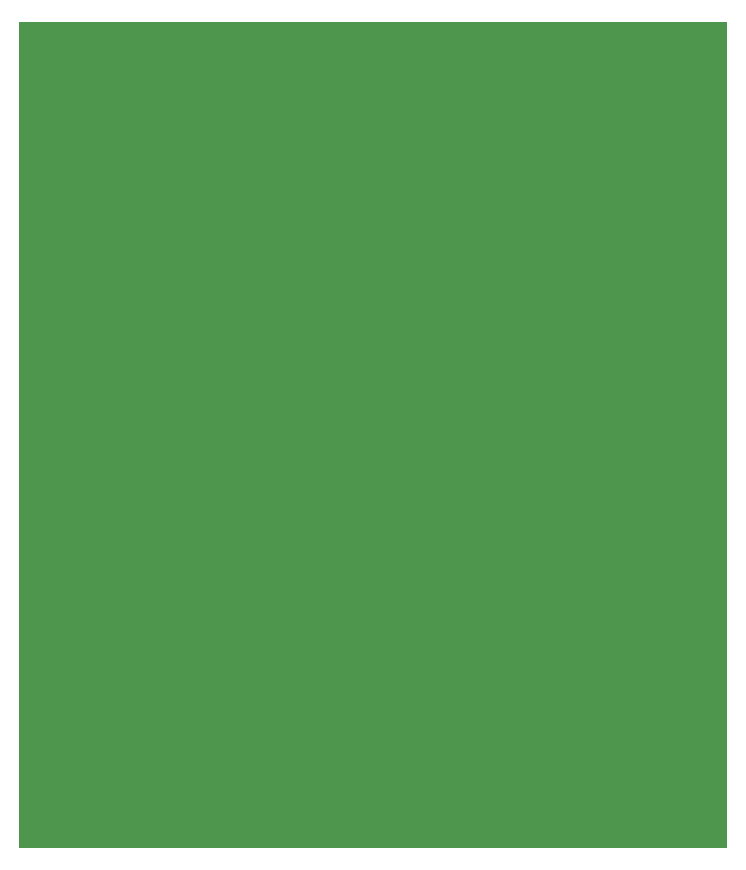
<source format=gbr>
G04 DipTrace 2.4.0.2*
%INBoard.gbr*%
%MOMM*%
%ADD11C,0.14*%
%FSLAX53Y53*%
G04*
G71*
G90*
G75*
G01*
%LNBoardPoly*%
%LPD*%
G36*
X0Y70000D2*
D11*
X60000D1*
Y0D1*
X0D1*
Y70000D1*
G37*
M02*

</source>
